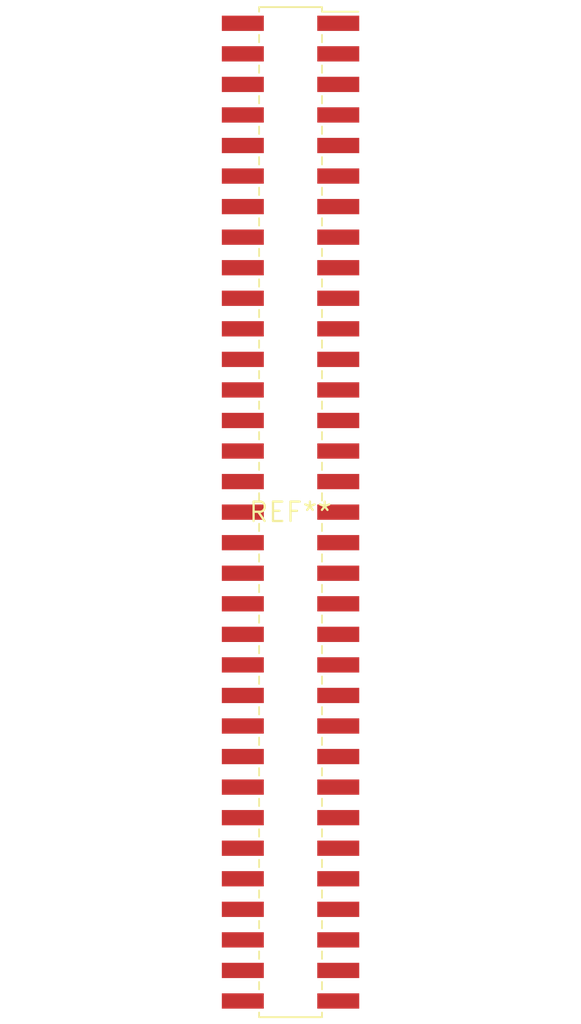
<source format=kicad_pcb>
(kicad_pcb (version 20240108) (generator pcbnew)
  (layers (0 "F.Cu" signal) (31 "B.Cu" signal) (34 "B.Paste" user) (35 "F.Paste" user) (36 "B.SilkS" user "B.Silkscreen") (37 "F.SilkS" user "F.Silkscreen") (38 "B.Mask" user) (39 "F.Mask" user) (44 "Edge.Cuts" user))
  (net 0 "")
  (footprint "PinSocket_2x33_P2.00mm_Vertical_SMD" (layer "F.Cu") (at 0 0)
    (property "Reference" "REF**")
    (property "Value" "PinSocket_2x33_P2.00mm_Vertical_SMD")
    (fp_line (start -2.06 -33.06) (end -2.06 -32.76) (layer "F.SilkS") (stroke (width 0.12)))
    (fp_line (start -2.06 -33.06) (end 2.06 -33.06) (layer "F.SilkS") (stroke (width 0.12)))
    (fp_line (start -2.06 -31.24) (end -2.06 -30.76) (layer "F.SilkS") (stroke (width 0.12)))
    (fp_line (start -2.06 -29.24) (end -2.06 -28.76) (layer "F.SilkS") (stroke (width 0.12)))
    (fp_line (start -2.06 -27.24) (end -2.06 -26.76) (layer "F.SilkS") (stroke (width 0.12)))
    (fp_line (start -2.06 -25.24) (end -2.06 -24.76) (layer "F.SilkS") (stroke (width 0.12)))
    (fp_line (start -2.06 -23.24) (end -2.06 -22.76) (layer "F.SilkS") (stroke (width 0.12)))
    (fp_line (start -2.06 -21.24) (end -2.06 -20.76) (layer "F.SilkS") (stroke (width 0.12)))
    (fp_line (start -2.06 -19.24) (end -2.06 -18.76) (layer "F.SilkS") (stroke (width 0.12)))
    (fp_line (start -2.06 -17.24) (end -2.06 -16.76) (layer "F.SilkS") (stroke (width 0.12)))
    (fp_line (start -2.06 -15.24) (end -2.06 -14.76) (layer "F.SilkS") (stroke (width 0.12)))
    (fp_line (start -2.06 -13.24) (end -2.06 -12.76) (layer "F.SilkS") (stroke (width 0.12)))
    (fp_line (start -2.06 -11.24) (end -2.06 -10.76) (layer "F.SilkS") (stroke (width 0.12)))
    (fp_line (start -2.06 -9.24) (end -2.06 -8.76) (layer "F.SilkS") (stroke (width 0.12)))
    (fp_line (start -2.06 -7.24) (end -2.06 -6.76) (layer "F.SilkS") (stroke (width 0.12)))
    (fp_line (start -2.06 -5.24) (end -2.06 -4.76) (layer "F.SilkS") (stroke (width 0.12)))
    (fp_line (start -2.06 -3.24) (end -2.06 -2.76) (layer "F.SilkS") (stroke (width 0.12)))
    (fp_line (start -2.06 -1.24) (end -2.06 -0.76) (layer "F.SilkS") (stroke (width 0.12)))
    (fp_line (start -2.06 0.76) (end -2.06 1.24) (layer "F.SilkS") (stroke (width 0.12)))
    (fp_line (start -2.06 2.76) (end -2.06 3.24) (layer "F.SilkS") (stroke (width 0.12)))
    (fp_line (start -2.06 4.76) (end -2.06 5.24) (layer "F.SilkS") (stroke (width 0.12)))
    (fp_line (start -2.06 6.76) (end -2.06 7.24) (layer "F.SilkS") (stroke (width 0.12)))
    (fp_line (start -2.06 8.76) (end -2.06 9.24) (layer "F.SilkS") (stroke (width 0.12)))
    (fp_line (start -2.06 10.76) (end -2.06 11.24) (layer "F.SilkS") (stroke (width 0.12)))
    (fp_line (start -2.06 12.76) (end -2.06 13.24) (layer "F.SilkS") (stroke (width 0.12)))
    (fp_line (start -2.06 14.76) (end -2.06 15.24) (layer "F.SilkS") (stroke (width 0.12)))
    (fp_line (start -2.06 16.76) (end -2.06 17.24) (layer "F.SilkS") (stroke (width 0.12)))
    (fp_line (start -2.06 18.76) (end -2.06 19.24) (layer "F.SilkS") (stroke (width 0.12)))
    (fp_line (start -2.06 20.76) (end -2.06 21.24) (layer "F.SilkS") (stroke (width 0.12)))
    (fp_line (start -2.06 22.76) (end -2.06 23.24) (layer "F.SilkS") (stroke (width 0.12)))
    (fp_line (start -2.06 24.76) (end -2.06 25.24) (layer "F.SilkS") (stroke (width 0.12)))
    (fp_line (start -2.06 26.76) (end -2.06 27.24) (layer "F.SilkS") (stroke (width 0.12)))
    (fp_line (start -2.06 28.76) (end -2.06 29.24) (layer "F.SilkS") (stroke (width 0.12)))
    (fp_line (start -2.06 30.76) (end -2.06 31.24) (layer "F.SilkS") (stroke (width 0.12)))
    (fp_line (start -2.06 32.76) (end -2.06 33.06) (layer "F.SilkS") (stroke (width 0.12)))
    (fp_line (start -2.06 33.06) (end 2.06 33.06) (layer "F.SilkS") (stroke (width 0.12)))
    (fp_line (start 2.06 -33.06) (end 2.06 -32.76) (layer "F.SilkS") (stroke (width 0.12)))
    (fp_line (start 2.06 -32.76) (end 4.44 -32.76) (layer "F.SilkS") (stroke (width 0.12)))
    (fp_line (start 2.06 -31.24) (end 2.06 -30.76) (layer "F.SilkS") (stroke (width 0.12)))
    (fp_line (start 2.06 -29.24) (end 2.06 -28.76) (layer "F.SilkS") (stroke (width 0.12)))
    (fp_line (start 2.06 -27.24) (end 2.06 -26.76) (layer "F.SilkS") (stroke (width 0.12)))
    (fp_line (start 2.06 -25.24) (end 2.06 -24.76) (layer "F.SilkS") (stroke (width 0.12)))
    (fp_line (start 2.06 -23.24) (end 2.06 -22.76) (layer "F.SilkS") (stroke (width 0.12)))
    (fp_line (start 2.06 -21.24) (end 2.06 -20.76) (layer "F.SilkS") (stroke (width 0.12)))
    (fp_line (start 2.06 -19.24) (end 2.06 -18.76) (layer "F.SilkS") (stroke (width 0.12)))
    (fp_line (start 2.06 -17.24) (end 2.06 -16.76) (layer "F.SilkS") (stroke (width 0.12)))
    (fp_line (start 2.06 -15.24) (end 2.06 -14.76) (layer "F.SilkS") (stroke (width 0.12)))
    (fp_line (start 2.06 -13.24) (end 2.06 -12.76) (layer "F.SilkS") (stroke (width 0.12)))
    (fp_line (start 2.06 -11.24) (end 2.06 -10.76) (layer "F.SilkS") (stroke (width 0.12)))
    (fp_line (start 2.06 -9.24) (end 2.06 -8.76) (layer "F.SilkS") (stroke (width 0.12)))
    (fp_line (start 2.06 -7.24) (end 2.06 -6.76) (layer "F.SilkS") (stroke (width 0.12)))
    (fp_line (start 2.06 -5.24) (end 2.06 -4.76) (layer "F.SilkS") (stroke (width 0.12)))
    (fp_line (start 2.06 -3.24) (end 2.06 -2.76) (layer "F.SilkS") (stroke (width 0.12)))
    (fp_line (start 2.06 -1.24) (end 2.06 -0.76) (layer "F.SilkS") (stroke (width 0.12)))
    (fp_line (start 2.06 0.76) (end 2.06 1.24) (layer "F.SilkS") (stroke (width 0.12)))
    (fp_line (start 2.06 2.76) (end 2.06 3.24) (layer "F.SilkS") (stroke (width 0.12)))
    (fp_line (start 2.06 4.76) (end 2.06 5.24) (layer "F.SilkS") (stroke (width 0.12)))
    (fp_line (start 2.06 6.76) (end 2.06 7.24) (layer "F.SilkS") (stroke (width 0.12)))
    (fp_line (start 2.06 8.76) (end 2.06 9.24) (layer "F.SilkS") (stroke (width 0.12)))
    (fp_line (start 2.06 10.76) (end 2.06 11.24) (layer "F.SilkS") (stroke (width 0.12)))
    (fp_line (start 2.06 12.76) (end 2.06 13.24) (layer "F.SilkS") (stroke (width 0.12)))
    (fp_line (start 2.06 14.76) (end 2.06 15.24) (layer "F.SilkS") (stroke (width 0.12)))
    (fp_line (start 2.06 16.76) (end 2.06 17.24) (layer "F.SilkS") (stroke (width 0.12)))
    (fp_line (start 2.06 18.76) (end 2.06 19.24) (layer "F.SilkS") (stroke (width 0.12)))
    (fp_line (start 2.06 20.76) (end 2.06 21.24) (layer "F.SilkS") (stroke (width 0.12)))
    (fp_line (start 2.06 22.76) (end 2.06 23.24) (layer "F.SilkS") (stroke (width 0.12)))
    (fp_line (start 2.06 24.76) (end 2.06 25.24) (layer "F.SilkS") (stroke (width 0.12)))
    (fp_line (start 2.06 26.76) (end 2.06 27.24) (layer "F.SilkS") (stroke (width 0.12)))
    (fp_line (start 2.06 28.76) (end 2.06 29.24) (layer "F.SilkS") (stroke (width 0.12)))
    (fp_line (start 2.06 30.76) (end 2.06 31.24) (layer "F.SilkS") (stroke (width 0.12)))
    (fp_line (start 2.06 32.76) (end 2.06 33.06) (layer "F.SilkS") (stroke (width 0.12)))
    (pad "1" smd rect (at 3.125 -32) (size 2.75 1) (layers "F.Cu" "F.Paste" "F.Mask"))
    (pad "2" smd rect (at -3.125 -32) (size 2.75 1) (layers "F.Cu" "F.Paste" "F.Mask"))
    (pad "3" smd rect (at 3.125 -30) (size 2.75 1) (layers "F.Cu" "F.Paste" "F.Mask"))
    (pad "4" smd rect (at -3.125 -30) (size 2.75 1) (layers "F.Cu" "F.Paste" "F.Mask"))
    (pad "5" smd rect (at 3.125 -28) (size 2.75 1) (layers "F.Cu" "F.Paste" "F.Mask"))
    (pad "6" smd rect (at -3.125 -28) (size 2.75 1) (layers "F.Cu" "F.Paste" "F.Mask"))
    (pad "7" smd rect (at 3.125 -26) (size 2.75 1) (layers "F.Cu" "F.Paste" "F.Mask"))
    (pad "8" smd rect (at -3.125 -26) (size 2.75 1) (layers "F.Cu" "F.Paste" "F.Mask"))
    (pad "9" smd rect (at 3.125 -24) (size 2.75 1) (layers "F.Cu" "F.Paste" "F.Mask"))
    (pad "10" smd rect (at -3.125 -24) (size 2.75 1) (layers "F.Cu" "F.Paste" "F.Mask"))
    (pad "11" smd rect (at 3.125 -22) (size 2.75 1) (layers "F.Cu" "F.Paste" "F.Mask"))
    (pad "12" smd rect (at -3.125 -22) (size 2.75 1) (layers "F.Cu" "F.Paste" "F.Mask"))
    (pad "13" smd rect (at 3.125 -20) (size 2.75 1) (layers "F.Cu" "F.Paste" "F.Mask"))
    (pad "14" smd rect (at -3.125 -20) (size 2.75 1) (layers "F.Cu" "F.Paste" "F.Mask"))
    (pad "15" smd rect (at 3.125 -18) (size 2.75 1) (layers "F.Cu" "F.Paste" "F.Mask"))
    (pad "16" smd rect (at -3.125 -18) (size 2.75 1) (layers "F.Cu" "F.Paste" "F.Mask"))
    (pad "17" smd rect (at 3.125 -16) (size 2.75 1) (layers "F.Cu" "F.Paste" "F.Mask"))
    (pad "18" smd rect (at -3.125 -16) (size 2.75 1) (layers "F.Cu" "F.Paste" "F.Mask"))
    (pad "19" smd rect (at 3.125 -14) (size 2.75 1) (layers "F.Cu" "F.Paste" "F.Mask"))
    (pad "20" smd rect (at -3.125 -14) (size 2.75 1) (layers "F.Cu" "F.Paste" "F.Mask"))
    (pad "21" smd rect (at 3.125 -12) (size 2.75 1) (layers "F.Cu" "F.Paste" "F.Mask"))
    (pad "22" smd rect (at -3.125 -12) (size 2.75 1) (layers "F.Cu" "F.Paste" "F.Mask"))
    (pad "23" smd rect (at 3.125 -10) (size 2.75 1) (layers "F.Cu" "F.Paste" "F.Mask"))
    (pad "24" smd rect (at -3.125 -10) (size 2.75 1) (layers "F.Cu" "F.Paste" "F.Mask"))
    (pad "25" smd rect (at 3.125 -8) (size 2.75 1) (layers "F.Cu" "F.Paste" "F.Mask"))
    (pad "26" smd rect (at -3.125 -8) (size 2.75 1) (layers "F.Cu" "F.Paste" "F.Mask"))
    (pad "27" smd rect (at 3.125 -6) (size 2.75 1) (layers "F.Cu" "F.Paste" "F.Mask"))
    (pad "28" smd rect (at -3.125 -6) (size 2.75 1) (layers "F.Cu" "F.Paste" "F.Mask"))
    (pad "29" smd rect (at 3.125 -4) (size 2.75 1) (layers "F.Cu" "F.Paste" "F.Mask"))
    (pad "30" smd rect (at -3.125 -4) (size 2.75 1) (layers "F.Cu" "F.Paste" "F.Mask"))
    (pad "31" smd rect (at 3.125 -2) (size 2.75 1) (layers "F.Cu" "F.Paste" "F.Mask"))
    (pad "32" smd rect (at -3.125 -2) (size 2.75 1) (layers "F.Cu" "F.Paste" "F.Mask"))
    (pad "33" smd rect (at 3.125 0) (size 2.75 1) (layers "F.Cu" "F.Paste" "F.Mask"))
    (pad "34" smd rect (at -3.125 0) (size 2.75 1) (layers "F.Cu" "F.Paste" "F.Mask"))
    (pad "35" smd rect (at 3.125 2) (size 2.75 1) (layers "F.Cu" "F.Paste" "F.Mask"))
    (pad "36" smd rect (at -3.125 2) (size 2.75 1) (layers "F.Cu" "F.Paste" "F.Mask"))
    (pad "37" smd rect (at 3.125 4) (size 2.75 1) (layers "F.Cu" "F.Paste" "F.Mask"))
    (pad "38" smd rect (at -3.125 4) (size 2.75 1) (layers "F.Cu" "F.Paste" "F.Mask"))
    (pad "39" smd rect (at 3.125 6) (size 2.75 1) (layers "F.Cu" "F.Paste" "F.Mask"))
    (pad "40" smd rect (at -3.125 6) (size 2.75 1) (layers "F.Cu" "F.Paste" "F.Mask"))
    (pad "41" smd rect (at 3.125 8) (size 2.75 1) (layers "F.Cu" "F.Paste" "F.Mask"))
    (pad "42" smd rect (at -3.125 8) (size 2.75 1) (layers "F.Cu" "F.Paste" "F.Mask"))
    (pad "43" smd rect (at 3.125 10) (size 2.75 1) (layers "F.Cu" "F.Paste" "F.Mask"))
    (pad "44" smd rect (at -3.125 10) (size 2.75 1) (layers "F.Cu" "F.Paste" "F.Mask"))
    (pad "45" smd rect (at 3.125 12) (size 2.75 1) (layers "F.Cu" "F.Paste" "F.Mask"))
    (pad "46" smd rect (at -3.125 12) (size 2.75 1) (layers "F.Cu" "F.Paste" "F.Mask"))
    (pad "47" smd rect (at 3.125 14) (size 2.75 1) (layers "F.Cu" "F.Paste" "F.Mask"))
    (pad "48" smd rect (at -3.125 14) (size 2.75 1) (layers "F.Cu" "F.Paste" "F.Mask"))
    (pad "49" smd rect (at 3.125 16) (size 2.75 1) (layers "F.Cu" "F.Paste" "F.Mask"))
    (pad "50" smd rect (at -3.125 16) (size 2.75 1) (layers "F.Cu" "F.Paste" "F.Mask"))
    (pad "51" smd rect (at 3.125 18) (size 2.75 1) (layers "F.Cu" "F.Paste" "F.Mask"))
    (pad "52" smd rect (at -3.125 18) (size 2.75 1) (layers "F.Cu" "F.Paste" "F.Mask"))
    (pad "53" smd rect (at 3.125 20) (size 2.75 1) (layers "F.Cu" "F.Paste" "F.Mask"))
    (pad "54" smd rect (at -3.125 20) (size 2.75 1) (layers "F.Cu" "F.Paste" "F.Mask"))
    (pad "55" smd rect (at 3.125 22) (size 2.75 1) (layers "F.Cu" "F.Paste" "F.Mask"))
    (pad "56" smd rect (at -3.125 22) (size 2.75 1) (layers "F.Cu" "F.Paste" "F.Mask"))
    (pad "57" smd rect (at 3.125 24) (size 2.75 1) (layers "F.Cu" "F.Paste" "F.Mask"))
    (pad "58" smd rect (at -3.125 24) (size 2.75 1) (layers "F.Cu" "F.Paste" "F.Mask"))
    (pad "59" smd rect (at 3.125 26) (size 2.75 1) (layers "F.Cu" "F.Paste" "F.Mask"))
    (pad "60" smd rect (at -3.125 26) (size 2.75 1) (layers "F.Cu" "F.Paste" "F.Mask"))
    (pad "61" smd rect (at 3.125 28) (size 2.75 1) (layers "F.Cu" "F.Paste" "F.Mask"))
    (pad "62" smd rect (at -3.125 28) (size 2.75 1) (layers "F.Cu" "F.Paste" "F.Mask"))
    (pad "63" smd rect (at 3.125 30) (size 2.75 1) (layers "F.Cu" "F.Paste" "F.Mask"))
    (pad "64" smd rect (at -3.125 30) (size 2.75 1) (layers "F.Cu" "F.Paste" "F.Mask"))
    (pad "65" smd rect (at 3.125 32) (size 2.75 1) (layers "F.Cu" "F.Paste" "F.Mask"))
    (pad "66" smd rect (at -3.125 32) (size 2.75 1) (layers "F.Cu" "F.Paste" "F.Mask"))
  )
)
</source>
